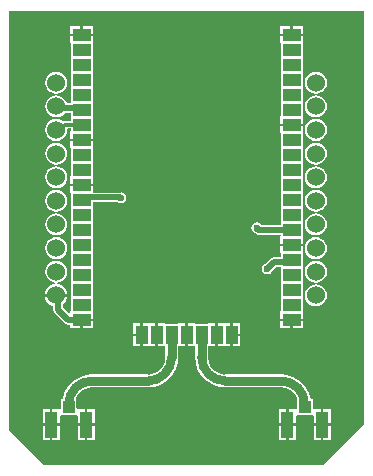
<source format=gtl>
G04*
G04 #@! TF.GenerationSoftware,Altium Limited,Altium Designer,19.1.5 (86)*
G04*
G04 Layer_Physical_Order=1*
G04 Layer_Color=255*
%FSLAX25Y25*%
%MOIN*%
G70*
G01*
G75*
%ADD19C,0.01968*%
%ADD20C,0.02953*%
%ADD21R,0.03937X0.04134*%
%ADD22R,0.04134X0.08661*%
%ADD23R,0.06000X0.04000*%
%ADD24R,0.04000X0.06000*%
%ADD25C,0.01181*%
%ADD26C,0.06000*%
%ADD27C,0.02362*%
G36*
X412149Y211373D02*
X398470Y197693D01*
X305467D01*
X293756Y209404D01*
Y348763D01*
X412149D01*
Y211373D01*
D02*
G37*
%LPC*%
G36*
X391787Y343787D02*
X388394D01*
Y341394D01*
X391787D01*
Y343787D01*
D02*
G37*
G36*
X321787D02*
X318394D01*
Y341394D01*
X321787D01*
Y343787D01*
D02*
G37*
G36*
X317606D02*
X314213D01*
Y341394D01*
X317606D01*
Y343787D01*
D02*
G37*
G36*
X387606D02*
X384213D01*
Y341394D01*
X387606D01*
Y343787D01*
D02*
G37*
G36*
X396100Y328661D02*
X395152Y328537D01*
X394269Y328171D01*
X393511Y327589D01*
X392929Y326831D01*
X392564Y325948D01*
X392439Y325000D01*
X392564Y324052D01*
X392929Y323169D01*
X393511Y322411D01*
X394269Y321829D01*
X395152Y321463D01*
X396100Y321339D01*
X397048Y321463D01*
X397931Y321829D01*
X398689Y322411D01*
X399271Y323169D01*
X399637Y324052D01*
X399761Y325000D01*
X399637Y325948D01*
X399271Y326831D01*
X398689Y327589D01*
X397931Y328171D01*
X397048Y328537D01*
X396100Y328661D01*
D02*
G37*
G36*
X309500D02*
X308552Y328537D01*
X307669Y328171D01*
X306911Y327589D01*
X306329Y326831D01*
X305963Y325948D01*
X305839Y325000D01*
X305963Y324052D01*
X306329Y323169D01*
X306911Y322411D01*
X307669Y321829D01*
X308552Y321463D01*
X309500Y321339D01*
X310448Y321463D01*
X311331Y321829D01*
X312089Y322411D01*
X312671Y323169D01*
X313036Y324052D01*
X313161Y325000D01*
X313036Y325948D01*
X312671Y326831D01*
X312089Y327589D01*
X311331Y328171D01*
X310448Y328537D01*
X309500Y328661D01*
D02*
G37*
G36*
X321787Y340606D02*
X314213D01*
Y338213D01*
X314370D01*
Y333370D01*
Y328370D01*
Y323370D01*
Y318209D01*
X312981D01*
X312671Y318957D01*
X312089Y319715D01*
X311331Y320297D01*
X310448Y320662D01*
X309500Y320787D01*
X308552Y320662D01*
X307669Y320297D01*
X306911Y319715D01*
X306329Y318957D01*
X305963Y318074D01*
X305839Y317126D01*
X305963Y316178D01*
X306329Y315295D01*
X306911Y314537D01*
X307669Y313955D01*
X308552Y313590D01*
X309500Y313465D01*
X310448Y313590D01*
X311331Y313955D01*
X312089Y314537D01*
X312381Y314917D01*
X314370D01*
Y312244D01*
X312552D01*
X312076Y312150D01*
X311868Y312011D01*
X311331Y312423D01*
X310448Y312789D01*
X309500Y312913D01*
X308552Y312789D01*
X307669Y312423D01*
X306911Y311841D01*
X306329Y311083D01*
X305963Y310200D01*
X305839Y309252D01*
X305963Y308304D01*
X306329Y307421D01*
X306911Y306663D01*
X307669Y306081D01*
X308552Y305715D01*
X309500Y305591D01*
X310448Y305715D01*
X311331Y306081D01*
X312089Y306663D01*
X312671Y307421D01*
X313036Y308304D01*
X313161Y309252D01*
X313144Y309380D01*
X313474Y309756D01*
X314370D01*
Y308787D01*
X314213D01*
Y306394D01*
X321787D01*
Y308787D01*
X321630D01*
Y313370D01*
Y318370D01*
Y323370D01*
Y328370D01*
Y333370D01*
Y338213D01*
X321787D01*
Y340606D01*
D02*
G37*
G36*
X396100Y320787D02*
X395152Y320662D01*
X394269Y320297D01*
X393511Y319715D01*
X392929Y318957D01*
X392564Y318074D01*
X392439Y317126D01*
X392564Y316178D01*
X392929Y315295D01*
X393511Y314537D01*
X394269Y313955D01*
X395152Y313590D01*
X396100Y313465D01*
X397048Y313590D01*
X397931Y313955D01*
X398689Y314537D01*
X399271Y315295D01*
X399637Y316178D01*
X399761Y317126D01*
X399637Y318074D01*
X399271Y318957D01*
X398689Y319715D01*
X397931Y320297D01*
X397048Y320662D01*
X396100Y320787D01*
D02*
G37*
G36*
X391787Y340606D02*
X388000D01*
X384213D01*
Y338213D01*
X384370D01*
Y333370D01*
Y328370D01*
Y323370D01*
Y318370D01*
Y313787D01*
X384213D01*
Y311394D01*
X388000D01*
X391787D01*
Y313787D01*
X391630D01*
Y318370D01*
Y323370D01*
Y328370D01*
Y333370D01*
Y338213D01*
X391787D01*
Y340606D01*
D02*
G37*
G36*
X396100Y312913D02*
X395152Y312789D01*
X394269Y312423D01*
X393511Y311841D01*
X392929Y311083D01*
X392564Y310200D01*
X392439Y309252D01*
X392564Y308304D01*
X392929Y307421D01*
X393511Y306663D01*
X394269Y306081D01*
X395152Y305715D01*
X396100Y305591D01*
X397048Y305715D01*
X397931Y306081D01*
X398689Y306663D01*
X399271Y307421D01*
X399637Y308304D01*
X399761Y309252D01*
X399637Y310200D01*
X399271Y311083D01*
X398689Y311841D01*
X397931Y312423D01*
X397048Y312789D01*
X396100Y312913D01*
D02*
G37*
G36*
Y305039D02*
X395152Y304914D01*
X394269Y304549D01*
X393511Y303967D01*
X392929Y303209D01*
X392564Y302326D01*
X392439Y301378D01*
X392564Y300430D01*
X392929Y299547D01*
X393511Y298789D01*
X394269Y298207D01*
X395152Y297842D01*
X396100Y297717D01*
X397048Y297842D01*
X397931Y298207D01*
X398689Y298789D01*
X399271Y299547D01*
X399637Y300430D01*
X399761Y301378D01*
X399637Y302326D01*
X399271Y303209D01*
X398689Y303967D01*
X397931Y304549D01*
X397048Y304914D01*
X396100Y305039D01*
D02*
G37*
G36*
X309500D02*
X308552Y304914D01*
X307669Y304549D01*
X306911Y303967D01*
X306329Y303209D01*
X305963Y302326D01*
X305839Y301378D01*
X305963Y300430D01*
X306329Y299547D01*
X306911Y298789D01*
X307669Y298207D01*
X308552Y297842D01*
X309500Y297717D01*
X310448Y297842D01*
X311331Y298207D01*
X312089Y298789D01*
X312671Y299547D01*
X313036Y300430D01*
X313161Y301378D01*
X313036Y302326D01*
X312671Y303209D01*
X312089Y303967D01*
X311331Y304549D01*
X310448Y304914D01*
X309500Y305039D01*
D02*
G37*
G36*
X321787Y305606D02*
X314213D01*
Y303213D01*
X314370D01*
Y298370D01*
Y293787D01*
X314213D01*
Y291394D01*
X321787D01*
Y293787D01*
X321630D01*
Y298370D01*
Y303213D01*
X321787D01*
Y305606D01*
D02*
G37*
G36*
X396100Y297165D02*
X395152Y297040D01*
X394269Y296675D01*
X393511Y296093D01*
X392929Y295335D01*
X392564Y294451D01*
X392439Y293504D01*
X392564Y292556D01*
X392929Y291673D01*
X393511Y290915D01*
X394269Y290333D01*
X395152Y289967D01*
X396100Y289843D01*
X397048Y289967D01*
X397931Y290333D01*
X398689Y290915D01*
X399271Y291673D01*
X399637Y292556D01*
X399761Y293504D01*
X399637Y294451D01*
X399271Y295335D01*
X398689Y296093D01*
X397931Y296675D01*
X397048Y297040D01*
X396100Y297165D01*
D02*
G37*
G36*
X309500D02*
X308552Y297040D01*
X307669Y296675D01*
X306911Y296093D01*
X306329Y295335D01*
X305963Y294451D01*
X305839Y293504D01*
X305963Y292556D01*
X306329Y291673D01*
X306911Y290915D01*
X307669Y290333D01*
X308552Y289967D01*
X309500Y289843D01*
X310448Y289967D01*
X311331Y290333D01*
X312089Y290915D01*
X312671Y291673D01*
X313036Y292556D01*
X313161Y293504D01*
X313036Y294451D01*
X312671Y295335D01*
X312089Y296093D01*
X311331Y296675D01*
X310448Y297040D01*
X309500Y297165D01*
D02*
G37*
G36*
X321787Y290606D02*
X314213D01*
Y288213D01*
X314370D01*
Y283370D01*
Y278370D01*
Y273370D01*
Y268370D01*
Y263370D01*
Y258370D01*
Y253370D01*
Y248787D01*
X314213D01*
Y248322D01*
X313713Y248115D01*
X311917Y249910D01*
Y251215D01*
X312201Y251433D01*
X312808Y252224D01*
X313190Y253145D01*
X313268Y253740D01*
X305732D01*
X305810Y253145D01*
X306192Y252224D01*
X306799Y251433D01*
X307590Y250826D01*
X308511Y250444D01*
X308626Y250429D01*
Y249229D01*
X308751Y248599D01*
X309108Y248065D01*
X312336Y244836D01*
X312870Y244479D01*
X313500Y244354D01*
X314213D01*
Y243213D01*
X317606D01*
Y246000D01*
X318000D01*
Y246394D01*
X321787D01*
Y248787D01*
X321630D01*
Y253370D01*
Y258370D01*
Y263370D01*
Y268370D01*
Y273370D01*
Y278370D01*
Y283370D01*
Y285114D01*
X330088D01*
X330396Y284908D01*
X331102Y284768D01*
X331809Y284908D01*
X332408Y285309D01*
X332808Y285908D01*
X332949Y286614D01*
X332808Y287321D01*
X332408Y287920D01*
X331809Y288320D01*
X331102Y288461D01*
X330826Y288406D01*
X321787D01*
Y290606D01*
D02*
G37*
G36*
X396100Y289291D02*
X395152Y289166D01*
X394269Y288801D01*
X393511Y288219D01*
X392929Y287460D01*
X392564Y286578D01*
X392439Y285630D01*
X392564Y284682D01*
X392929Y283799D01*
X393511Y283041D01*
X394269Y282459D01*
X395152Y282093D01*
X396100Y281969D01*
X397048Y282093D01*
X397931Y282459D01*
X398689Y283041D01*
X399271Y283799D01*
X399637Y284682D01*
X399761Y285630D01*
X399637Y286578D01*
X399271Y287460D01*
X398689Y288219D01*
X397931Y288801D01*
X397048Y289166D01*
X396100Y289291D01*
D02*
G37*
G36*
X309500D02*
X308552Y289166D01*
X307669Y288801D01*
X306911Y288219D01*
X306329Y287460D01*
X305963Y286578D01*
X305839Y285630D01*
X305963Y284682D01*
X306329Y283799D01*
X306911Y283041D01*
X307669Y282459D01*
X308552Y282093D01*
X309500Y281969D01*
X310448Y282093D01*
X311331Y282459D01*
X312089Y283041D01*
X312671Y283799D01*
X313036Y284682D01*
X313161Y285630D01*
X313036Y286578D01*
X312671Y287460D01*
X312089Y288219D01*
X311331Y288801D01*
X310448Y289166D01*
X309500Y289291D01*
D02*
G37*
G36*
X391787Y310606D02*
X388000D01*
X384213D01*
Y308213D01*
X384370D01*
Y303370D01*
Y298370D01*
Y293370D01*
Y288370D01*
Y283370D01*
Y277646D01*
X377840D01*
X377684Y277881D01*
X377085Y278281D01*
X376378Y278421D01*
X375671Y278281D01*
X375072Y277881D01*
X374672Y277281D01*
X374531Y276575D01*
X374672Y275868D01*
X375072Y275269D01*
X375671Y274869D01*
X375778Y274848D01*
X375789Y274836D01*
X376323Y274480D01*
X376953Y274354D01*
X384370D01*
Y273787D01*
X384213D01*
Y271394D01*
X388000D01*
X391787D01*
Y273787D01*
X391630D01*
Y278370D01*
Y283370D01*
Y288370D01*
Y293370D01*
Y298370D01*
Y303370D01*
Y308213D01*
X391787D01*
Y310606D01*
D02*
G37*
G36*
X396100Y281417D02*
X395152Y281292D01*
X394269Y280927D01*
X393511Y280345D01*
X392929Y279587D01*
X392564Y278703D01*
X392439Y277756D01*
X392564Y276808D01*
X392929Y275925D01*
X393511Y275167D01*
X394269Y274585D01*
X395152Y274219D01*
X396100Y274095D01*
X397048Y274219D01*
X397931Y274585D01*
X398689Y275167D01*
X399271Y275925D01*
X399637Y276808D01*
X399761Y277756D01*
X399637Y278703D01*
X399271Y279587D01*
X398689Y280345D01*
X397931Y280927D01*
X397048Y281292D01*
X396100Y281417D01*
D02*
G37*
G36*
X309500D02*
X308552Y281292D01*
X307669Y280927D01*
X306911Y280345D01*
X306329Y279587D01*
X305963Y278703D01*
X305839Y277756D01*
X305963Y276808D01*
X306329Y275925D01*
X306911Y275167D01*
X307669Y274585D01*
X308552Y274219D01*
X309500Y274095D01*
X310448Y274219D01*
X311331Y274585D01*
X312089Y275167D01*
X312671Y275925D01*
X313036Y276808D01*
X313161Y277756D01*
X313036Y278703D01*
X312671Y279587D01*
X312089Y280345D01*
X311331Y280927D01*
X310448Y281292D01*
X309500Y281417D01*
D02*
G37*
G36*
X396100Y273543D02*
X395152Y273418D01*
X394269Y273053D01*
X393511Y272471D01*
X392929Y271712D01*
X392564Y270830D01*
X392439Y269882D01*
X392564Y268934D01*
X392929Y268051D01*
X393511Y267293D01*
X394269Y266711D01*
X395152Y266345D01*
X396100Y266221D01*
X397048Y266345D01*
X397931Y266711D01*
X398689Y267293D01*
X399271Y268051D01*
X399637Y268934D01*
X399761Y269882D01*
X399637Y270830D01*
X399271Y271712D01*
X398689Y272471D01*
X397931Y273053D01*
X397048Y273418D01*
X396100Y273543D01*
D02*
G37*
G36*
X309500D02*
X308552Y273418D01*
X307669Y273053D01*
X306911Y272471D01*
X306329Y271712D01*
X305963Y270830D01*
X305839Y269882D01*
X305963Y268934D01*
X306329Y268051D01*
X306911Y267293D01*
X307669Y266711D01*
X308552Y266345D01*
X309500Y266221D01*
X310448Y266345D01*
X311331Y266711D01*
X312089Y267293D01*
X312671Y268051D01*
X313036Y268934D01*
X313161Y269882D01*
X313036Y270830D01*
X312671Y271712D01*
X312089Y272471D01*
X311331Y273053D01*
X310448Y273418D01*
X309500Y273543D01*
D02*
G37*
G36*
X396100Y265669D02*
X395152Y265544D01*
X394269Y265179D01*
X393511Y264597D01*
X392929Y263839D01*
X392564Y262955D01*
X392439Y262008D01*
X392564Y261060D01*
X392929Y260177D01*
X393511Y259419D01*
X394269Y258837D01*
X395152Y258471D01*
X396100Y258347D01*
X397048Y258471D01*
X397931Y258837D01*
X398689Y259419D01*
X399271Y260177D01*
X399637Y261060D01*
X399761Y262008D01*
X399637Y262955D01*
X399271Y263839D01*
X398689Y264597D01*
X397931Y265179D01*
X397048Y265544D01*
X396100Y265669D01*
D02*
G37*
G36*
X309500D02*
X308552Y265544D01*
X307669Y265179D01*
X306911Y264597D01*
X306329Y263839D01*
X305963Y262955D01*
X305839Y262008D01*
X305963Y261060D01*
X306329Y260177D01*
X306911Y259419D01*
X307669Y258837D01*
X308552Y258471D01*
X309076Y258402D01*
Y257898D01*
X308511Y257824D01*
X307590Y257442D01*
X306799Y256835D01*
X306192Y256044D01*
X305810Y255123D01*
X305732Y254528D01*
X313268D01*
X313190Y255123D01*
X312808Y256044D01*
X312201Y256835D01*
X311410Y257442D01*
X310489Y257824D01*
X309924Y257898D01*
Y258402D01*
X310448Y258471D01*
X311331Y258837D01*
X312089Y259419D01*
X312671Y260177D01*
X313036Y261060D01*
X313161Y262008D01*
X313036Y262955D01*
X312671Y263839D01*
X312089Y264597D01*
X311331Y265179D01*
X310448Y265544D01*
X309500Y265669D01*
D02*
G37*
G36*
X396100Y257795D02*
X395152Y257670D01*
X394269Y257305D01*
X393511Y256723D01*
X392929Y255964D01*
X392564Y255082D01*
X392439Y254134D01*
X392564Y253186D01*
X392929Y252303D01*
X393511Y251545D01*
X394269Y250963D01*
X395152Y250597D01*
X396100Y250473D01*
X397048Y250597D01*
X397931Y250963D01*
X398689Y251545D01*
X399271Y252303D01*
X399637Y253186D01*
X399761Y254134D01*
X399637Y255082D01*
X399271Y255964D01*
X398689Y256723D01*
X397931Y257305D01*
X397048Y257670D01*
X396100Y257795D01*
D02*
G37*
G36*
X391787Y270606D02*
X388000D01*
X384213D01*
Y268213D01*
X384370D01*
Y266764D01*
X382047D01*
X381417Y266639D01*
X380884Y266282D01*
X379321Y264719D01*
X379215Y264698D01*
X378616Y264298D01*
X378215Y263699D01*
X378075Y262992D01*
X378215Y262285D01*
X378616Y261686D01*
X379215Y261286D01*
X379921Y261146D01*
X380628Y261286D01*
X381227Y261686D01*
X381627Y262285D01*
X381648Y262392D01*
X382729Y263472D01*
X384370D01*
Y258370D01*
Y253370D01*
Y248787D01*
X384213D01*
Y246394D01*
X388000D01*
X391787D01*
Y248787D01*
X391630D01*
Y253370D01*
Y258370D01*
Y263370D01*
Y268213D01*
X391787D01*
Y270606D01*
D02*
G37*
G36*
X362606Y244787D02*
X360213D01*
Y244630D01*
X355787D01*
Y244787D01*
X353394D01*
Y241000D01*
Y237213D01*
X355787D01*
X355852Y236739D01*
Y233480D01*
X355845D01*
X356038Y231524D01*
X356609Y229643D01*
X357536Y227909D01*
X358783Y226389D01*
X360302Y225142D01*
X362036Y224215D01*
X363917Y223644D01*
X365874Y223452D01*
Y223459D01*
X384496D01*
X384619Y223483D01*
X385989Y223303D01*
X387380Y222727D01*
X388574Y221810D01*
X389491Y220616D01*
X389846Y219759D01*
X389823Y219724D01*
X389823D01*
Y216493D01*
X389469Y216142D01*
X389323Y216142D01*
X387008D01*
Y211417D01*
X389469D01*
Y213979D01*
X389823Y214331D01*
X389968Y214331D01*
X394874D01*
X395020Y214331D01*
X395374Y213979D01*
Y211417D01*
X397835D01*
Y216142D01*
X395520D01*
X395374Y216142D01*
X395020Y216493D01*
Y219724D01*
X394321D01*
X393761Y221570D01*
X392834Y223304D01*
X391587Y224824D01*
X390068Y226071D01*
X388334Y226997D01*
X386453Y227568D01*
X384496Y227761D01*
Y227754D01*
X365874D01*
X365751Y227729D01*
X364381Y227910D01*
X362990Y228486D01*
X361796Y229402D01*
X360880Y230597D01*
X360303Y231988D01*
X360123Y233358D01*
X360148Y233480D01*
Y236739D01*
X360213Y237213D01*
X362606D01*
Y241000D01*
Y244787D01*
D02*
G37*
G36*
X352606D02*
X350213D01*
Y244630D01*
X345787D01*
Y244787D01*
X343394D01*
Y241000D01*
Y237213D01*
X345787D01*
X345852Y236739D01*
Y233480D01*
X345877Y233358D01*
X345696Y231988D01*
X345120Y230597D01*
X344204Y229402D01*
X343009Y228486D01*
X341619Y227910D01*
X340249Y227729D01*
X340126Y227754D01*
X321504D01*
Y227761D01*
X319547Y227568D01*
X317666Y226997D01*
X315932Y226071D01*
X314413Y224824D01*
X313165Y223304D01*
X312239Y221570D01*
X311679Y219724D01*
X311083D01*
Y216493D01*
X310728Y216142D01*
X310583Y216142D01*
X308268D01*
Y211417D01*
X310728D01*
Y213979D01*
X311083Y214331D01*
X311228Y214331D01*
X316134D01*
X316280Y214331D01*
X316634Y213979D01*
Y211417D01*
X319094D01*
Y216142D01*
X316779D01*
X316634Y216142D01*
X316280Y216493D01*
Y219724D01*
X316280D01*
X316194Y219853D01*
X316510Y220616D01*
X317426Y221810D01*
X318620Y222727D01*
X320011Y223303D01*
X321381Y223483D01*
X321504Y223459D01*
X340126D01*
Y223452D01*
X342083Y223644D01*
X343964Y224215D01*
X345698Y225142D01*
X347217Y226389D01*
X348464Y227909D01*
X349391Y229643D01*
X349962Y231524D01*
X350155Y233480D01*
X350148D01*
Y236739D01*
X350213Y237213D01*
X352606D01*
Y241000D01*
Y244787D01*
D02*
G37*
G36*
X391787Y245606D02*
X388394D01*
Y243213D01*
X391787D01*
Y245606D01*
D02*
G37*
G36*
X387606D02*
X384213D01*
Y243213D01*
X387606D01*
Y245606D01*
D02*
G37*
G36*
X321787D02*
X318394D01*
Y243213D01*
X321787D01*
Y245606D01*
D02*
G37*
G36*
X370787Y244787D02*
X368394D01*
Y241394D01*
X370787D01*
Y244787D01*
D02*
G37*
G36*
X337606D02*
X335213D01*
Y241394D01*
X337606D01*
Y244787D01*
D02*
G37*
G36*
X370787Y240606D02*
X368394D01*
Y237213D01*
X370787D01*
Y240606D01*
D02*
G37*
G36*
X367606Y244787D02*
X363394D01*
Y241000D01*
Y237213D01*
X367606D01*
Y241000D01*
Y244787D01*
D02*
G37*
G36*
X337606Y240606D02*
X335213D01*
Y237213D01*
X337606D01*
Y240606D01*
D02*
G37*
G36*
X342606Y244787D02*
X338394D01*
Y241000D01*
Y237213D01*
X342606D01*
Y241000D01*
Y244787D01*
D02*
G37*
G36*
X398622Y216142D02*
Y211417D01*
X401083D01*
Y216142D01*
X398622D01*
D02*
G37*
G36*
X319882D02*
Y211417D01*
X322342D01*
Y216142D01*
X319882D01*
D02*
G37*
G36*
X386220D02*
X383760D01*
Y211417D01*
X386220D01*
Y216142D01*
D02*
G37*
G36*
X307480D02*
X305020D01*
Y211417D01*
X307480D01*
Y216142D01*
D02*
G37*
G36*
X401083Y210630D02*
X398622D01*
Y205906D01*
X401083D01*
Y210630D01*
D02*
G37*
G36*
X397835D02*
X395374D01*
Y205906D01*
X397835D01*
Y210630D01*
D02*
G37*
G36*
X389469D02*
X387008D01*
Y205906D01*
X389469D01*
Y210630D01*
D02*
G37*
G36*
X386220D02*
X383760D01*
Y205906D01*
X386220D01*
Y210630D01*
D02*
G37*
G36*
X322342D02*
X319882D01*
Y205906D01*
X322342D01*
Y210630D01*
D02*
G37*
G36*
X319094D02*
X316634D01*
Y205906D01*
X319094D01*
Y210630D01*
D02*
G37*
G36*
X310728D02*
X308268D01*
Y205906D01*
X310728D01*
Y210630D01*
D02*
G37*
G36*
X307480D02*
X305020D01*
Y205906D01*
X307480D01*
Y210630D01*
D02*
G37*
%LPD*%
D19*
X331102Y286614D02*
G03*
X330957Y286760I-146J0D01*
G01*
X318760D02*
X330957D01*
X310271Y249229D02*
X313500Y246000D01*
X310271Y249229D02*
Y253362D01*
X313500Y246000D02*
X318000D01*
X379921Y262992D02*
X382047Y265118D01*
X387118D01*
X388000Y266000D01*
X376378Y276575D02*
X376953Y276000D01*
X388000D01*
X317815Y285815D02*
X318362Y285268D01*
X318000Y286000D02*
X318760Y286760D01*
X317815Y285815D02*
X318000Y286000D01*
X309500Y254134D02*
X310271Y253362D01*
X395009Y254134D02*
X396100D01*
X395596Y261504D02*
X396100Y262008D01*
X316937Y316563D02*
X318000Y315500D01*
X310063Y316563D02*
X316937D01*
X309500Y317126D02*
X310063Y316563D01*
X309500Y285630D02*
X309685Y285815D01*
X395417Y254817D02*
X396100Y254134D01*
D20*
X321504Y225606D02*
G03*
X313630Y217732I0J-7874D01*
G01*
X340126Y225606D02*
G03*
X348000Y233480I0J7874D01*
G01*
X358000D02*
G03*
X365874Y225606I7874J0D01*
G01*
X392370Y217732D02*
G03*
X384496Y225606I-7874J0D01*
G01*
X321504D02*
X340126D01*
X348000Y233480D02*
Y241000D01*
X358000Y233480D02*
Y241000D01*
X365874Y225606D02*
X384496D01*
D21*
X313681Y217028D02*
D03*
X392421D02*
D03*
D22*
X319488Y211024D02*
D03*
X307874D02*
D03*
X386614D02*
D03*
X398228D02*
D03*
D23*
X388000Y341000D02*
D03*
Y336000D02*
D03*
Y331000D02*
D03*
Y326000D02*
D03*
Y321000D02*
D03*
Y316000D02*
D03*
Y311000D02*
D03*
Y306000D02*
D03*
Y301000D02*
D03*
Y296000D02*
D03*
Y291000D02*
D03*
Y286000D02*
D03*
Y281000D02*
D03*
Y276000D02*
D03*
Y271000D02*
D03*
Y266000D02*
D03*
Y261000D02*
D03*
Y256000D02*
D03*
Y251000D02*
D03*
Y246000D02*
D03*
X318000Y341000D02*
D03*
Y336000D02*
D03*
Y331000D02*
D03*
Y326000D02*
D03*
Y321000D02*
D03*
Y316000D02*
D03*
Y311000D02*
D03*
Y306000D02*
D03*
Y301000D02*
D03*
Y296000D02*
D03*
Y291000D02*
D03*
Y286000D02*
D03*
Y281000D02*
D03*
Y276000D02*
D03*
Y271000D02*
D03*
Y266000D02*
D03*
Y261000D02*
D03*
Y256000D02*
D03*
Y251000D02*
D03*
Y246000D02*
D03*
D24*
X368000Y241000D02*
D03*
X363000D02*
D03*
X358000D02*
D03*
X353000D02*
D03*
X348000D02*
D03*
X343000D02*
D03*
X338000D02*
D03*
D25*
X317500Y311000D02*
X318000Y310500D01*
X312552Y311000D02*
X317500D01*
X310804Y309252D02*
X312552Y311000D01*
X309500Y309252D02*
X310804D01*
X309500D02*
X309839Y309591D01*
X317091D02*
X318000Y310500D01*
D26*
X309500Y325000D02*
D03*
Y317126D02*
D03*
Y309252D02*
D03*
Y301378D02*
D03*
Y293504D02*
D03*
Y285630D02*
D03*
Y277756D02*
D03*
Y269882D02*
D03*
Y262008D02*
D03*
Y254134D02*
D03*
X396100D02*
D03*
Y262008D02*
D03*
Y269882D02*
D03*
Y277756D02*
D03*
Y285630D02*
D03*
Y293504D02*
D03*
Y301378D02*
D03*
Y309252D02*
D03*
Y317126D02*
D03*
Y325000D02*
D03*
D27*
X410433Y242126D02*
D03*
X407480Y236220D02*
D03*
X410433Y230315D02*
D03*
X407480Y224409D02*
D03*
X410433Y218504D02*
D03*
X407480Y212598D02*
D03*
X404527Y242126D02*
D03*
X401575Y236220D02*
D03*
X404527Y230315D02*
D03*
X401575Y224409D02*
D03*
X404527Y218504D02*
D03*
Y206693D02*
D03*
X398622Y242126D02*
D03*
X395669Y236220D02*
D03*
X398622Y230315D02*
D03*
X395669Y224409D02*
D03*
X398622Y218504D02*
D03*
X395669Y200787D02*
D03*
X392716Y242126D02*
D03*
X389764Y236220D02*
D03*
X392716Y230315D02*
D03*
Y206693D02*
D03*
X389764Y200787D02*
D03*
X383858Y236220D02*
D03*
X386811Y230315D02*
D03*
Y218504D02*
D03*
X383858Y200787D02*
D03*
X377953Y248031D02*
D03*
X380905Y242126D02*
D03*
X377953Y236220D02*
D03*
X380905Y230315D02*
D03*
Y218504D02*
D03*
X377953Y212598D02*
D03*
X380905Y206693D02*
D03*
X377953Y200787D02*
D03*
X372047Y248031D02*
D03*
X375000Y242126D02*
D03*
X372047Y236220D02*
D03*
X375000Y230315D02*
D03*
Y218504D02*
D03*
X372047Y212598D02*
D03*
X375000Y206693D02*
D03*
X372047Y200787D02*
D03*
X366142Y248031D02*
D03*
X369094Y230315D02*
D03*
Y218504D02*
D03*
X366142Y212598D02*
D03*
X369094Y206693D02*
D03*
X366142Y200787D02*
D03*
X360236Y248031D02*
D03*
X363189Y230315D02*
D03*
Y218504D02*
D03*
X360236Y212598D02*
D03*
X363189Y206693D02*
D03*
X360236Y200787D02*
D03*
X354331Y248031D02*
D03*
Y224409D02*
D03*
X357283Y218504D02*
D03*
X354331Y212598D02*
D03*
X357283Y206693D02*
D03*
X354331Y200787D02*
D03*
X348425Y248031D02*
D03*
X351378Y230315D02*
D03*
X348425Y224409D02*
D03*
X351378Y218504D02*
D03*
X348425Y212598D02*
D03*
X351378Y206693D02*
D03*
X348425Y200787D02*
D03*
X342520Y248031D02*
D03*
X345472Y218504D02*
D03*
X342520Y212598D02*
D03*
X345472Y206693D02*
D03*
X342520Y200787D02*
D03*
X336614Y248031D02*
D03*
X339567Y230315D02*
D03*
Y218504D02*
D03*
X336614Y212598D02*
D03*
X339567Y206693D02*
D03*
X336614Y200787D02*
D03*
X330709Y248031D02*
D03*
X333661Y242126D02*
D03*
X330709Y236220D02*
D03*
X333661Y230315D02*
D03*
Y218504D02*
D03*
X330709Y212598D02*
D03*
X333661Y206693D02*
D03*
X330709Y200787D02*
D03*
X324803Y248031D02*
D03*
X327756Y242126D02*
D03*
X324803Y236220D02*
D03*
X327756Y230315D02*
D03*
Y218504D02*
D03*
X324803Y212598D02*
D03*
X327756Y206693D02*
D03*
X324803Y200787D02*
D03*
X318898Y236220D02*
D03*
X321850Y230315D02*
D03*
Y218504D02*
D03*
X318898Y200787D02*
D03*
X312992Y236220D02*
D03*
X315945Y230315D02*
D03*
X312992Y212598D02*
D03*
Y200787D02*
D03*
X307086Y248031D02*
D03*
X310039Y242126D02*
D03*
X307086Y236220D02*
D03*
X310039Y230315D02*
D03*
X307086Y224409D02*
D03*
Y200787D02*
D03*
X301181Y248031D02*
D03*
X304134Y242126D02*
D03*
X301181Y236220D02*
D03*
X304134Y230315D02*
D03*
X301181Y224409D02*
D03*
X304134Y218504D02*
D03*
X301181Y212598D02*
D03*
X295275Y248031D02*
D03*
X298228Y242126D02*
D03*
X295275Y236220D02*
D03*
X298228Y230315D02*
D03*
X295275Y224409D02*
D03*
X298228Y218504D02*
D03*
X295275Y212598D02*
D03*
X298228Y206693D02*
D03*
X379921Y262992D02*
D03*
X376378Y276575D02*
D03*
X331102Y286614D02*
D03*
M02*

</source>
